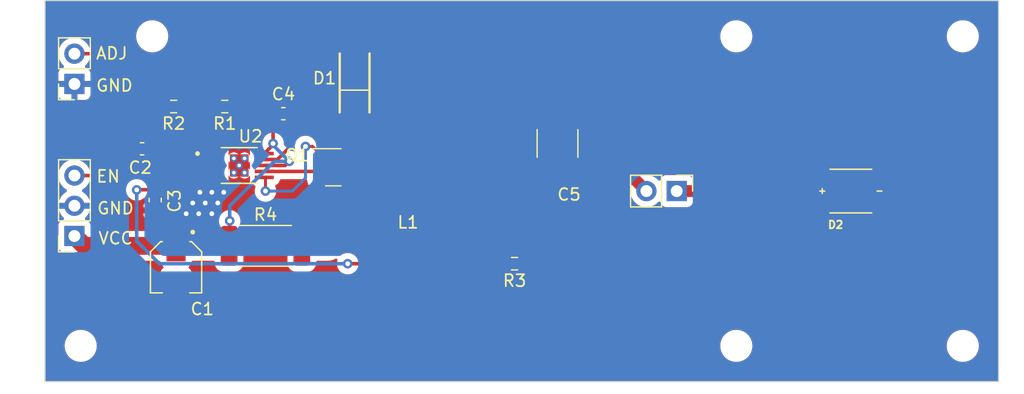
<source format=kicad_pcb>
(kicad_pcb (version 20221018) (generator pcbnew)
  (layers (0 "F.Cu" signal) (31 "B.Cu" signal) (34 "B.Paste" user) (35 "F.Paste" user) (36 "B.SilkS" user "B.Silkscreen") (37 "F.SilkS" user "F.Silkscreen") (38 "B.Mask" user) (39 "F.Mask" user) (44 "Edge.Cuts" user))
  (net 0 "")
  (net 1 "VCC")
  (net 2 "GND")
  (net 3 "Net-(J2-Pin_2)")
  (net 4 "Net-(U2-COFF)")
  (net 5 "Net-(U2-VCC)")
  (net 6 "Net-(J3-Pin_2)")
  (net 7 "Net-(J3-Pin_1)")
  (net 8 "Net-(Q1-S)")
  (net 9 "Net-(Q1-G)")
  (net 10 "Net-(Q1-D)")
  (net 11 "Net-(U2-UVLO)")
  (net 12 "/ENABLE")
  (footprint "Capacitor_SMD:C_0603_1608Metric_Pad1.08x0.95mm_HandSolder" (layer "F.Cu") (at 108.15 93.45)
    (fp_text reference "C2" (at -0.15 1.58) (layer "F.SilkS"))
    (fp_text value "100nF")
    (fp_line (start -0.146267 -0.51) (end 0.146267 -0.51) (stroke (width 0.12)) (layer "F.SilkS"))
    (fp_line (start -0.146267 0.51) (end 0.146267 0.51) (stroke (width 0.12)) (layer "F.SilkS"))
    (pad "1" smd roundrect (at -0.8625 0) (size 1.075 0.95) (layers "F.Cu" "F.Paste" "F.Mask") (net 2 "GND"))
    (pad "2" smd roundrect (at 0.8625 0) (size 1.075 0.95) (layers "F.Cu" "F.Paste" "F.Mask") (net 3 "Net-(J2-Pin_2)"))
  )
  (footprint "MountingHole:MountingHole_2.2mm_M2" (layer "F.Cu") (at 177 84)
    (fp_text reference "H5" hide)
    (fp_text value "MountingHole")
    (pad "" np_thru_hole circle (at 0 0) (size 2.2 2.2) (drill 2.2) (layers "*.Cu" "*.Mask"))
  )
  (footprint "Connector_PinHeader_2.54mm:PinHeader_1x02_P2.54mm_Vertical" (layer "F.Cu") (at 153 97 -90)
    (fp_text reference "J3" hide)
    (fp_text value "current_measurement")
    (fp_line (start -1.33 -1.33) (end 0 -1.33) (stroke (width 0.12)) (layer "F.SilkS"))
    (fp_line (start -1.33 0) (end -1.33 -1.33) (stroke (width 0.12)) (layer "F.SilkS"))
    (fp_line (start -1.33 1.27) (end -1.33 3.87) (stroke (width 0.12)) (layer "F.SilkS"))
    (fp_line (start -1.33 1.27) (end 1.33 1.27) (stroke (width 0.12)) (layer "F.SilkS"))
    (fp_line (start -1.33 3.87) (end 1.33 3.87) (stroke (width 0.12)) (layer "F.SilkS"))
    (fp_line (start 1.33 1.27) (end 1.33 3.87) (stroke (width 0.12)) (layer "F.SilkS"))
    (pad "1" thru_hole rect (at 0 0 270) (size 1.7 1.7) (drill 1) (layers "*.Cu" "*.Mask") (net 7 "Net-(J3-Pin_1)"))
    (pad "2" thru_hole oval (at 0 2.54 270) (size 1.7 1.7) (drill 1) (layers "*.Cu" "*.Mask") (net 6 "Net-(J3-Pin_2)"))
  )
  (footprint "custom_lib:DIOM5025X220N" (layer "F.Cu") (at 125.98 87.92 90)
    (fp_text reference "D1" (at 0.4 -2.52 180) (layer "F.SilkS"))
    (fp_text value "SS54-HF")
    (fp_line (start -2.475 1.25) (end 2.475 1.25) (stroke (width 0.2)) (layer "F.SilkS"))
    (fp_line (start -0.6 -1.2) (end -0.6 1.2) (stroke (width 0.127)) (layer "F.SilkS"))
    (fp_line (start 2.475 -1.25) (end -2.475 -1.25) (stroke (width 0.2)) (layer "F.SilkS"))
    (pad "1" smd rect (at -2 0 90) (size 2.25 1.55) (layers "F.Cu" "F.Paste" "F.Mask") (net 10 "Net-(Q1-D)"))
    (pad "2" smd rect (at 2 0 90) (size 2.25 1.55) (layers "F.Cu" "F.Paste" "F.Mask") (net 2 "GND"))
  )
  (footprint "Resistor_SMD:R_2512_6332Metric_Pad1.40x3.35mm_HandSolder" (layer "F.Cu") (at 118.5 101.6)
    (fp_text reference "R4" (at 0 -2.62) (layer "F.SilkS"))
    (fp_text value "0.08Ω")
    (fp_line (start -2.177064 -1.71) (end 2.177064 -1.71) (stroke (width 0.12)) (layer "F.SilkS"))
    (fp_line (start -2.177064 1.71) (end 2.177064 1.71) (stroke (width 0.12)) (layer "F.SilkS"))
    (pad "1" smd roundrect (at -3.05 0) (size 1.4 3.35) (layers "F.Cu" "F.Paste" "F.Mask") (roundrect_rratio 0.1785707143) (net 1 "VCC"))
    (pad "2" smd roundrect (at 3.05 0) (size 1.4 3.35) (layers "F.Cu" "F.Paste" "F.Mask") (roundrect_rratio 0.1785707143) (net 8 "Net-(Q1-S)"))
  )
  (footprint "custom_lib:CAP_16SVP3R3M" (layer "F.Cu") (at 111 103.4 -90)
    (fp_text reference "C1" (at 3.51 -2.2 -180) (layer "F.SilkS"))
    (fp_text value "16SVP3R3M")
    (fp_line (start -2.15 -1.3) (end -1.3 -2.15) (stroke (width 0.127)) (layer "F.SilkS"))
    (fp_line (start -2.15 -1.15) (end -2.15 -1.3) (stroke (width 0.127)) (layer "F.SilkS"))
    (fp_line (start -2.15 1.15) (end -2.15 1.3) (stroke (width 0.127)) (layer "F.SilkS"))
    (fp_line (start -2.15 1.3) (end -1.3 2.15) (stroke (width 0.127)) (layer "F.SilkS"))
    (fp_line (start -1.3 -2.15) (end 2.15 -2.15) (stroke (width 0.127)) (layer "F.SilkS"))
    (fp_line (start -1.3 2.15) (end 2.15 2.15) (stroke (width 0.127)) (layer "F.SilkS"))
    (fp_line (start 2.15 -2.15) (end 2.15 -1.15) (stroke (width 0.127)) (layer "F.SilkS"))
    (fp_line (start 2.15 2.15) (end 2.15 1.15) (stroke (width 0.127)) (layer "F.SilkS"))
    (fp_circle (center -2.95 -1.4) (end -2.85 -1.4) (stroke (width 0.2)) (fill none) (layer "F.SilkS"))
    (pad "1" smd rect (at -1.8 0 270) (size 2.6 1.6) (layers "F.Cu" "F.Paste" "F.Mask") (net 1 "VCC"))
    (pad "2" smd rect (at 1.8 0 270) (size 2.6 1.6) (layers "F.Cu" "F.Paste" "F.Mask") (net 2 "GND"))
  )
  (footprint "custom_lib:IC_XTR111AIDGQR" (layer "F.Cu") (at 116.3 94.85)
    (fp_text reference "U2" (at 0.95 -2.45) (layer "F.SilkS"))
    (fp_text value "LM3409HV")
    (fp_line (start -1.5 1.5) (end 1.5 1.5) (stroke (width 0.127)) (layer "F.SilkS"))
    (fp_line (start 1.5 -1.5) (end -1.5 -1.5) (stroke (width 0.127)) (layer "F.SilkS"))
    (fp_circle (center -3.5 -1) (end -3.4 -1) (stroke (width 0.2)) (fill none) (layer "F.SilkS"))
    (pad "1" smd rect (at -2.1 -1) (size 1.6 0.3) (layers "F.Cu") (net 11 "Net-(U2-UVLO)"))
    (pad "2" smd rect (at -2.1 -0.5) (size 1.6 0.3) (layers "F.Cu") (net 3 "Net-(J2-Pin_2)"))
    (pad "3" smd rect (at -2.1 0) (size 1.6 0.3) (layers "F.Cu") (net 12 "/ENABLE"))
    (pad "4" smd rect (at -2.1 0.5) (size 1.6 0.3) (layers "F.Cu") (net 4 "Net-(U2-COFF)"))
    (pad "5" smd rect (at -2.1 1) (size 1.6 0.3) (layers "F.Cu") (net 2 "GND"))
    (pad "6" smd rect (at 2.1 1) (size 1.6 0.3) (layers "F.Cu") (net 9 "Net-(Q1-G)"))
    (pad "7" smd rect (at 2.1 0.5) (size 1.6 0.3) (layers "F.Cu") (net 8 "Net-(Q1-S)"))
    (pad "8" smd rect (at 2.1 0) (size 1.6 0.3) (layers "F.Cu") (net 1 "VCC"))
    (pad "9" smd rect (at 2.1 -0.5) (size 1.6 0.3) (layers "F.Cu") (net 5 "Net-(U2-VCC)"))
    (pad "10" smd rect (at 2.1 -1) (size 1.6 0.3) (layers "F.Cu") (net 1 "VCC"))
    (pad "11" smd rect (at 0 0) (size 1.57 1.88) (layers "F.Cu" "F.Paste" "F.Mask") (net 2 "GND"))
    (pad "12" thru_hole circle (at -0.45 -0.6) (size 0.6 0.6) (drill 0.3) (layers "*.Cu"))
    (pad "13" thru_hole circle (at 0.45 -0.6) (size 0.6 0.6) (drill 0.3) (layers "*.Cu"))
    (pad "14" thru_hole circle (at 0 0) (size 0.6 0.6) (drill 0.3) (layers "*.Cu"))
    (pad "15" thru_hole circle (at -0.45 0.6) (size 0.6 0.6) (drill 0.3) (layers "*.Cu"))
    (pad "16" thru_hole circle (at 0.45 0.6) (size 0.6 0.6) (drill 0.3) (layers "*.Cu"))
  )
  (footprint "custom_lib:LED_SBT-10X-UV-A120-AH380-22" (layer "F.Cu") (at 167.61 97 180)
    (fp_text reference "D2" (at 1.28 -2.83) (layer "F.SilkS") (effects (font (size 0.64 0.64))))
    (fp_text value "SBT-10X-UV-A120-AH380-22")
    (fp_line (start -2.6 0) (end -2.2 0) (stroke (width 0.127)) (layer "F.SilkS"))
    (fp_line (start -1.75 -1.8335) (end 1.75 -1.8335) (stroke (width 0.127)) (layer "F.SilkS"))
    (fp_line (start 1.75 1.8335) (end -1.75 1.8335) (stroke (width 0.127)) (layer "F.SilkS"))
    (fp_line (start 2.2 0) (end 2.6 0) (stroke (width 0.127)) (layer "F.SilkS"))
    (fp_line (start 2.4 -0.2) (end 2.4 0.2) (stroke (width 0.127)) (layer "F.SilkS"))
    (pad "A" smd roundrect (at 1.39 0 180) (size 0.34 3.04) (layers "F.Cu" "F.Mask") (roundrect_rratio 0.125) (net 7 "Net-(J3-Pin_1)"))
    (pad "C" smd roundrect (at -1.39 0 180) (size 0.34 3.04) (layers "F.Cu" "F.Mask") (roundrect_rratio 0.125) (net 2 "GND"))
    (pad "EXP" smd custom (at 0 0 180) (size 0.5 1) (layers "F.Cu") (net 2 "GND") (options (clearance outline) (anchor rect)) (primitives (gr_poly (pts (xy -0.5 -0.71) (xy -0.5 -1.47) (xy -0.5 -1.473) (xy -0.5 -1.475) (xy -0.499 -1.478) (xy -0.499 -1.48) (xy -0.498 -1.483) (xy -0.498 -1.485) (xy -0.497 -1.488) (xy -0.496 -1.49) (xy -0.495 -1.493) (xy -0.493 -1.495) (xy -0.492 -1.497) (xy -0.49 -1.499) (xy -0.489 -1.501) (xy -0.487 -1.503) (xy -0.485 -1.505) (xy -0.483 -1.507) (xy -0.481 -1.509) (xy -0.479 -1.51) (xy -0.477 -1.512) (xy -0.475 -1.513) (xy -0.473 -1.515) (xy -0.47 -1.516) (xy -0.468 -1.517) (xy -0.465 -1.518) (xy -0.463 -1.518) (xy -0.46 -1.519) (xy -0.458 -1.519) (xy -0.455 -1.52) (xy -0.453 -1.52) (xy -0.45 -1.52) (xy 0.45 -1.52) (xy 0.453 -1.52) (xy 0.455 -1.52) (xy 0.458 -1.519) (xy 0.46 -1.519) (xy 0.463 -1.518) (xy 0.465 -1.518) (xy 0.468 -1.517) (xy 0.47 -1.516) (xy 0.473 -1.515) (xy 0.475 -1.513) (xy 0.477 -1.512) (xy 0.479 -1.51) (xy 0.481 -1.509) (xy 0.483 -1.507) (xy 0.485 -1.505) (xy 0.487 -1.503) (xy 0.489 -1.501) (xy 0.49 -1.499) (xy 0.492 -1.497) (xy 0.493 -1.495) (xy 0.495 -1.493) (xy 0.496 -1.49) (xy 0.497 -1.488) (xy 0.498 -1.485) (xy 0.498 -1.483) (xy 0.499 -1.48) (xy 0.499 -1.478) (xy 0.5 -1.475) (xy 0.5 -1.473) (xy 0.5 -1.47) (xy 0.5 -0.71) (xy 0.446 -0.601) (xy 0.444 -0.598) (xy 0.441 -0.591) (xy 0.438 -0.584) (xy 0.434 -0.577) (xy 0.432 -0.57) (xy 0.429 -0.563) (xy 0.426 -0.556) (xy 0.423 -0.549) (xy 0.421 -0.542) (xy 0.418 -0.535) (xy 0.416 -0.528) (xy 0.414 -0.521) (xy 0.412 -0.513) (xy 0.41 -0.506) (xy 0.408 -0.499) (xy 0.407 -0.491) (xy 0.405 -0.484) (xy 0.404 -0.477) (xy 0.402 -0.469) (xy 0.401 -0.462) (xy 0.4 -0.454) (xy 0.399 -0.447) (xy 0.398 -0.439) (xy 0.397 -0.432) (xy 0.396 -0.424) (xy 0.396 -0.417) (xy 0.396 -0.409) (xy 0.395 -0.402) (xy 0.395 -0.394) (xy 0.395 -0.387) (xy 0.395 0.387) (xy 0.395 0.394) (xy 0.395 0.402) (xy 0.396 0.409) (xy 0.396 0.417) (xy 0.396 0.424) (xy 0.397 0.432) (xy 0.398 0.439) (xy 0.399 0.447) (xy 0.4 0.454) (xy 0.401 0.462) (xy 0.402 0.469) (xy 0.404 0.477) (xy 0.405 0.484) (xy 0.407 0.491) (xy 0.408 0.499) (xy 0.41 0.506) (xy 0.412 0.513) (xy 0.414 0.521) (xy 0.416 0.528) (xy 0.418 0.535) (xy 0.421 0.542) (xy 0.423 0.549) (xy 0.426 0.556) (xy 0.429 0.563) (xy 0.432 0.57) (xy 0.434 0.577) (xy 0.438 0.584) (xy 0.441 0.591) (xy 0.444 0.598) (xy 0.446 0.601) (xy 0.5 0.71) (xy 0.5 1.47) (xy 0.5 1.473) (xy 0.5 1.475) (xy 0.499 1.478) (xy 0.499 1.48) (xy 0.498 1.483) (xy 0.498 1.485) (xy 0.497 1.488) (xy 0.496 1.49) (xy 0.495 1.493) (xy 0.493 1.495) (xy 0.492 1.497) (xy 0.49 1.499) (xy 0.489 1.501) (xy 0.487 1.503) (xy 0.485 1.505) (xy 0.483 1.507) (xy 0.481 1.509) (xy 0.479 1.51) (xy 0.477 1.512) (xy 0.475 1.513) (xy 0.473 1.515) (xy 0.47 1.516) (xy 0.468 1.517) (xy 0.465 1.518) (xy 0.463 1.518) (xy 0.46 1.519) (xy 0.458 1.519) (xy 0.455 1.52) (xy 0.453 1.52) (xy 0.45 1.52) (xy -0.45 1.52) (xy -0.453 1.52) (xy -0.455 1.52) (xy -0.458 1.519) (xy -0.46 1.519) (xy -0.463 1.518) (xy -0.465 1.518) (xy -0.468 1.517) (xy -0.47 1.516) (xy -0.473 1.515) (xy -0.475 1.513) (xy -0.477 1.512) (xy -0.479 1.51) (xy -0.481 1.509) (xy -0.483 1.507) (xy -0.485 1.505) (xy -0.487 1.503) (xy -0.489 1.501) (xy -0.49 1.499) (xy -0.492 1.497) (xy -0.493 1.495) (xy -0.495 1.493) (xy -0.496 1.49) (xy -0.497 1.488) (xy -0.498 1.485) (xy -0.498 1.483) (xy -0.499 1.48) (xy -0.499 1.478) (xy -0.5 1.475) (xy -0.5 1.473) (xy -0.5 1.47) (xy -0.5 0.71) (xy -0.446 0.601) (xy -0.444 0.598) (xy -0.441 0.591) (xy -0.438 0.584) (xy -0.434 0.577) (xy -0.432 0.57) (xy -0.429 0.563) (xy -0.426 0.556) (xy -0.423 0.549) (xy -0.421 0.542) (xy -0.418 0.535) (xy -0.416 0.528) (xy -0.414 0.521) (xy -0.412 0.513) (xy -0.41 0.506) (xy -0.408 0.499) (xy -0.407 0.491) (xy -0.405 0.484) (xy -0.404 0.477) (xy -0.402 0.469) (xy -0.401 0.462) (xy -0.4 0.454) (xy -0.399 0.447) (xy -0.398 0.439) (xy -0.397 0.432) (xy -0.396 0.424) (xy -0.396 0.417) (xy -0.396 0.409) (xy -0.395 0.402) (xy -0.395 0.394) (xy -0.395 0.387) (xy -0.395 -0.387) (xy -0.395 -0.394) (xy -0.395 -0.402) (xy -0.396 -0.409) (xy -0.396 -0.417) (xy -0.396 -0.424) (xy -0.397 -0.432) (xy -0.398 -0.439) (xy -0.399 -0.447) (xy -0.4 -0.454) (xy -0.401 -0.462) (xy -0.402 -0.469) (xy -0.404 -0.477) (xy -0.405 -0.484) (xy -0.407 -0.491) (xy -0.408 -0.499) (xy -0.41 -0.506) (xy -0.412 -0.513) (xy -0.414 -0.521) (xy -0.416 -0.528) (xy -0.418 -0.535) (xy -0.421 -0.542) (xy -0.423 -0.549) (xy -0.426 -0.556) (xy -0.429 -0.563) (xy -0.432 -0.57) (xy -0.434 -0.577) (xy -0.438 -0.584) (xy -0.441 -0.591) (xy -0.444 -0.598) (xy -0.446 -0.601) (xy -0.5 -0.71)) (width 0.01) (fill yes))))
  )
  (footprint "custom_lib:HPC-8040NV-100M" (layer "F.Cu") (at 134 95 90)
    (fp_text reference "L1" (at -4.63 -3.54 unlocked) (layer "F.SilkS"))
    (fp_text value "10µH")
    (pad "1" smd rect (at 0 -2.825 90) (size 6.6 2.85) (layers "F.Cu" "F.Paste" "F.Mask") (net 10 "Net-(Q1-D)"))
    (pad "2" smd rect (at 0 2.825 90) (size 6.6 2.85) (layers "F.Cu" "F.Paste" "F.Mask") (net 6 "Net-(J3-Pin_2)"))
  )
  (footprint "MountingHole:MountingHole_2.2mm_M2" (layer "F.Cu") (at 109 84)
    (fp_text reference "H1" hide)
    (fp_text value "MountingHole")
    (pad "" np_thru_hole circle (at 0 0) (size 2.2 2.2) (drill 2.2) (layers "*.Cu" "*.Mask"))
  )
  (footprint "Resistor_SMD:R_0603_1608Metric_Pad0.98x0.95mm_HandSolder" (layer "F.Cu") (at 115.0875 89.9 180)
    (fp_text reference "R1" (at 0 -1.43) (layer "F.SilkS"))
    (fp_text value "24kΩ")
    (fp_line (start -0.254724 -0.5225) (end 0.254724 -0.5225) (stroke (width 0.12)) (layer "F.SilkS"))
    (fp_line (start -0.254724 0.5225) (end 0.254724 0.5225) (stroke (width 0.12)) (layer "F.SilkS"))
    (pad "1" smd roundrect (at -0.9125 0 180) (size 0.975 0.95) (layers "F.Cu" "F.Paste" "F.Mask") (net 1 "VCC"))
    (pad "2" smd roundrect (at 0.9125 0 180) (size 0.975 0.95) (layers "F.Cu" "F.Paste" "F.Mask") (net 11 "Net-(U2-UVLO)"))
  )
  (footprint "Package_TO_SOT_SMD:SOT-23" (layer "F.Cu") (at 124.1875 95)
    (fp_text reference "Q1" (at -3.0225 -1.01) (layer "F.SilkS"))
    (fp_text value "AO3401A")
    (fp_line (start 0 -1.56) (end -1.675 -1.56) (stroke (width 0.12)) (layer "F.SilkS"))
    (fp_line (start 0 -1.56) (end 0.65 -1.56) (stroke (width 0.12)) (layer "F.SilkS"))
    (fp_line (start 0 1.56) (end -0.65 1.56) (stroke (width 0.12)) (layer "F.SilkS"))
    (fp_line (start 0 1.56) (end 0.65 1.56) (stroke (width 0.12)) (layer "F.SilkS"))
    (pad "1" smd roundrect (at -0.9375 -0.95) (size 1.475 0.6) (layers "F.Cu" "F.Paste" "F.Mask") (net 9 "Net-(Q1-G)"))
    (pad "2" smd roundrect (at -0.9375 0.95) (size 1.475 0.6) (layers "F.Cu" "F.Paste" "F.Mask") (net 8 "Net-(Q1-S)"))
    (pad "3" smd roundrect (at 0.9375 0) (size 1.475 0.6) (layers "F.Cu" "F.Paste" "F.Mask") (net 10 "Net-(Q1-D)"))
  )
  (footprint "Connector_PinSocket_2.54mm:PinSocket_1x02_P2.54mm_Vertical" (layer "F.Cu") (at 102.475 88 180)
    (fp_text reference "J2" hide)
    (fp_text value "ADJ")
    (fp_line (start -1.33 1.27) (end -1.33 3.87) (stroke (width 0.12)) (layer "F.SilkS"))
    (fp_line (start -1.33 1.27) (end 1.33 1.27) (stroke (width 0.12)) (layer "F.SilkS"))
    (fp_line (start -1.33 3.87) (end 1.33 3.87) (stroke (width 0.12)) (layer "F.SilkS"))
    (fp_line (start 0 -1.33) (end 1.33 -1.33) (stroke (width 0.12)) (layer "F.SilkS"))
    (fp_line (start 1.33 -1.33) (end 1.33 0) (stroke (width 0.12)) (layer "F.SilkS"))
    (fp_line (start 1.33 1.27) (end 1.33 3.87) (stroke (width 0.12)) (layer "F.SilkS"))
    (pad "1" thru_hole rect (at 0 0 180) (size 1.7 1.7) (drill 1) (layers "*.Cu" "*.Mask") (net 2 "GND"))
    (pad "2" thru_hole oval (at 0 2.54 180) (size 1.7 1.7) (drill 1) (layers "*.Cu" "*.Mask") (net 3 "Net-(J2-Pin_2)"))
  )
  (footprint "MountingHole:MountingHole_2.2mm_M2" (layer "F.Cu") (at 158 110)
    (fp_text reference "H4" hide)
    (fp_text value "MountingHole")
    (pad "" np_thru_hole circle (at 0 0) (size 2.2 2.2) (drill 2.2) (layers "*.Cu" "*.Mask"))
  )
  (footprint "Resistor_SMD:R_0603_1608Metric_Pad0.98x0.95mm_HandSolder" (layer "F.Cu") (at 139.4 103.1 180)
    (fp_text reference "R3" (at 0 -1.43 180) (layer "F.SilkS"))
    (fp_text value "6.2kΩ")
    (fp_line (start -0.254724 -0.5225) (end 0.254724 -0.5225) (stroke (width 0.12)) (layer "F.SilkS"))
    (fp_line (start -0.254724 0.5225) (end 0.254724 0.5225) (stroke (width 0.12)) (layer "F.SilkS"))
    (pad "1" smd roundrect (at -0.9125 0 180) (size 0.975 0.95) (layers "F.Cu" "F.Paste" "F.Mask") (net 6 "Net-(J3-Pin_2)"))
    (pad "2" smd roundrect (at 0.9125 0 180) (size 0.975 0.95) (layers "F.Cu" "F.Paste" "F.Mask") (net 4 "Net-(U2-COFF)"))
  )
  (footprint "Capacitor_SMD:C_1812_4532Metric_Pad1.57x3.40mm_HandSolder" (layer "F.Cu") (at 143 93 90)
    (fp_text reference "C5" (at -4.29 0.97 180) (layer "F.SilkS"))
    (fp_text value "470nF")
    (fp_line (start -1.161252 -1.71) (end 1.161252 -1.71) (stroke (width 0.12)) (layer "F.SilkS"))
    (fp_line (start -1.161252 1.71) (end 1.161252 1.71) (stroke (width 0.12)) (layer "F.SilkS"))
    (pad "1" smd roundrect (at -2.1375 0 90) (size 1.575 3.4) (layers "F.Cu" "F.Paste" "F.Mask") (roundrect_rratio 0.1587301587) (net 6 "Net-(J3-Pin_2)"))
    (pad "2" smd roundrect (at 2.1375 0 90) (size 1.575 3.4) (layers "F.Cu" "F.Paste" "F.Mask") (roundrect_rratio 0.1587301587) (net 2 "GND"))
  )
  (footprint "Resistor_SMD:R_0603_1608Metric_Pad0.98x0.95mm_HandSolder" (layer "F.Cu") (at 110.8 89.9 180)
    (fp_text reference "R2" (at 0 -1.43) (layer "F.SilkS"))
    (fp_text value "4.7kΩ")
    (fp_line (start -0.254724 -0.5225) (end 0.254724 -0.5225) (stroke (width 0.12)) (layer "F.SilkS"))
    (fp_line (start -0.254724 0.5225) (end 0.254724 0.5225) (stroke (width 0.12)) (layer "F.SilkS"))
    (pad "1" smd roundrect (at -0.9125 0 180) (size 0.975 0.95) (layers "F.Cu" "F.Paste" "F.Mask") (net 11 "Net-(U2-UVLO)"))
    (pad "2" smd roundrect (at 0.9125 0 180) (size 0.975 0.95) (layers "F.Cu" "F.Paste" "F.Mask") (net 2 "GND"))
  )
  (footprint "Capacitor_SMD:C_0603_1608Metric_Pad1.08x0.95mm_HandSolder" (layer "F.Cu") (at 109.25 97.75 -90)
    (fp_text reference "C3" (at 0.08 -1.62 90) (layer "F.SilkS"))
    (fp_text value "1nF")
    (fp_line (start -0.146267 -0.51) (end 0.146267 -0.51) (stroke (width 0.12)) (layer "F.SilkS"))
    (fp_line (start -0.146267 0.51) (end 0.146267 0.51) (stroke (width 0.12)) (layer "F.SilkS"))
    (pad "1" smd roundrect (at -0.8625 0 270) (size 1.075 0.95) (layers "F.Cu" "F.Paste" "F.Mask") (net 4 "Net-(U2-COFF)"))
    (pad "2" smd roundrect (at 0.8625 0 270) (size 1.075 0.95) (layers "F.Cu" "F.Paste" "F.Mask") (net 2 "GND"))
  )
  (footprint "Connector_PinSocket_2.54mm:PinSocket_1x03_P2.54mm_Vertical" (layer "F.Cu") (at 102.475 100.775 180)
    (fp_text reference "J1" hide)
    (fp_text value "Conn_01x03_Pin")
    (fp_line (start -1.33 1.27) (end -1.33 6.41) (stroke (width 0.12)) (layer "F.SilkS"))
    (fp_line (start -1.33 1.27) (end 1.33 1.27) (stroke (width 0.12)) (layer "F.SilkS"))
    (fp_line (start -1.33 6.41) (end 1.33 6.41) (stroke (width 0.12)) (layer "F.SilkS"))
    (fp_line (start 0 -1.33) (end 1.33 -1.33) (stroke (width 0.12)) (layer "F.SilkS"))
    (fp_line (start 1.33 -1.33) (end 1.33 0) (stroke (width 0.12)) (layer "F.SilkS"))
    (fp_line (start 1.33 1.27) (end 1.33 6.41) (stroke (width 0.12)) (layer "F.SilkS"))
    (pad "1" thru_hole rect (at 0 0 180) (size 1.7 1.7) (drill 1) (layers "*.Cu" "*.Mask") (net 1 "VCC"))
    (pad "2" thru_hole oval (at 0 2.54 180) (size 1.7 1.7) (drill 1) (layers "*.Cu" "*.Mask") (net 2 "GND"))
    (pad "3" thru_hole oval (at 0 5.08 180) (size 1.7 1.7) (drill 1) (layers "*.Cu" "*.Mask") (net 12 "/ENABLE"))
  )
  (footprint "MountingHole:MountingHole_2.2mm_M2" (layer "F.Cu") (at 103 110)
    (fp_text reference "H2" hide)
    (fp_text value "MountingHole")
    (pad "" np_thru_hole circle (at 0 0) (size 2.2 2.2) (drill 2.2) (layers "*.Cu" "*.Mask"))
  )
  (footprint "Capacitor_SMD:C_0603_1608Metric_Pad1.08x0.95mm_HandSolder" (layer "F.Cu") (at 120 90.5)
    (fp_text reference "C4" (at 0.01 -1.64) (layer "F.SilkS"))
    (fp_text value "1µF")
    (fp_line (start -0.146267 -0.51) (end 0.146267 -0.51) (stroke (width 0.12)) (layer "F.SilkS"))
    (fp_line (start -0.146267 0.51) (end 0.146267 0.51) (stroke (width 0.12)) (layer "F.SilkS"))
    (pad "1" smd roundrect (at -0.8625 0) (size 1.075 0.95) (layers "F.Cu" "F.Paste" "F.Mask") (net 1 "VCC"))
    (pad "2" smd roundrect (at 0.8625 0) (size 1.075 0.95) (layers "F.Cu" "F.Paste" "F.Mask") (net 5 "Net-(U2-VCC)"))
  )
  (footprint "MountingHole:MountingHole_2.2mm_M2" (layer "F.Cu") (at 158 84)
    (fp_text reference "H3" hide)
    (fp_text value "MountingHole")
    (pad "" np_thru_hole circle (at 0 0) (size 2.2 2.2) (drill 2.2) (layers "*.Cu" "*.Mask"))
  )
  (footprint "MountingHole:MountingHole_2.2mm_M2" (layer "F.Cu") (at 177 110)
    (fp_text reference "H6" hide)
    (fp_text value "MountingHole")
    (pad "" np_thru_hole circle (at 0 0) (size 2.2 2.2) (drill 2.2) (layers "*.Cu" "*.Mask"))
  )
  (gr_line (start 180 113) (end 100 113) (stroke (width 0.1)) (layer "Edge.Cuts"))
  (gr_line (start 180 81) (end 180 113) (stroke (width 0.1)) (layer "Edge.Cuts"))
  (gr_line (start 100 81) (end 180 81) (stroke (width 0.1)) (layer "Edge.Cuts"))
  (gr_line (start 100 113) (end 100 81) (stroke (width 0.1)) (layer "Edge.Cuts"))
  (gr_text "GND" (at 104.21 88.72) (layer "F.SilkS") (effects (font (size 1 1)) (justify left bottom)))
  (gr_text "ADJ" (at 104.2 86.02) (layer "F.SilkS") (effects (font (size 1 1)) (justify left bottom)))
  (gr_text "EN" (at 104.23 96.35) (layer "F.SilkS") (effects (font (size 1 1)) (justify left bottom)))
  (gr_text "GND" (at 104.3 99.03) (layer "F.SilkS") (effects (font (size 1 1)) (justify left bottom)))
  (gr_text "VCC" (at 104.4 101.55) (layer "F.SilkS") (effects (font (size 1 1)) (justify left bottom)))
  (segment (start 103.3 101.6) (end 102.475 100.775) (width 1.5) (layer "F.Cu") (net 1))
  (segment (start 115.5 99.5) (end 115.5 101.55) (width 0.3) (layer "F.Cu") (net 1))
  (segment (start 119.1375 93.1125) (end 118.4 93.85) (width 0.3) (layer "F.Cu") (net 1))
  (segment (start 118.4 94.85) (end 120.15 94.85) (width 0.3) (layer "F.Cu") (net 1))
  (segment (start 119.1375 90.5) (end 119.1375 93) (width 0.3) (layer "F.Cu") (net 1))
  (segment (start 119.1375 93) (end 119.1375 93.1125) (width 0.3) (layer "F.Cu") (net 1))
  (segment (start 115.45 101.6) (end 111 101.6) (width 1.5) (layer "F.Cu") (net 1))
  (segment (start 115.5 101.55) (end 115.45 101.6) (width 0.3) (layer "F.Cu") (net 1))
  (segment (start 116 89.9) (end 118.5375 89.9) (width 0.25) (layer "F.Cu") (net 1))
  (segment (start 111 101.6) (end 103.3 101.6) (width 1.5) (layer "F.Cu") (net 1))
  (segment (start 118.5375 89.9) (end 119.1375 90.5) (width 0.25) (layer "F.Cu") (net 1))
  (segment (start 120.15 94.85) (end 120.5 94.5) (width 0.3) (layer "F.Cu") (net 1))
  (via (at 119.1375 93) (size 0.8) (drill 0.4) (layers "F.Cu" "B.Cu") (net 1))
  (via (at 120.5 94.5) (size 0.8) (drill 0.4) (layers "F.Cu" "B.Cu") (net 1))
  (via (at 115.5 99.5) (size 0.8) (drill 0.4) (layers "F.Cu" "B.Cu") (net 1))
  (segment (start 115.5 98.25) (end 115.5 99.5) (width 0.3) (layer "B.Cu") (net 1))
  (segment (start 119.1375 93.1375) (end 120.5 94.5) (width 0.3) (layer "B.Cu") (net 1))
  (segment (start 120.5 94.5) (end 119.25 94.5) (width 0.3) (layer "B.Cu") (net 1))
  (segment (start 119.25 94.5) (end 115.5 98.25) (width 0.3) (layer "B.Cu") (net 1))
  (segment (start 119.1375 93) (end 119.1375 93.1375) (width 0.3) (layer "B.Cu") (net 1))
  (segment (start 114.2 96.8) (end 113.9 97.1) (width 0.25) (layer "F.Cu") (net 2))
  (segment (start 109.25 98.6125) (end 109.25 98.725) (width 0.25) (layer "F.Cu") (net 2))
  (segment (start 114.2 95.85) (end 114.2 96.8) (width 0.25) (layer "F.Cu") (net 2))
  (via (at 112.4 98) (size 0.8) (drill 0.4) (layers "F.Cu" "B.Cu") (net 2))
  (via (at 112.9 98.9) (size 0.8) (drill 0.4) (layers "F.Cu" "B.Cu") (net 2))
  (via (at 115 97.1) (size 0.8) (drill 0.4) (layers "F.Cu" "B.Cu") (net 2))
  (via (at 113.45 98) (size 0.8) (drill 0.4) (layers "F.Cu" "B.Cu") (net 2))
  (via (at 114 98.9) (size 0.8) (drill 0.4) (layers "F.Cu" "B.Cu") (net 2))
  (via (at 111.85 98.9) (size 0.8) (drill 0.4) (layers "F.Cu" "B.Cu") (net 2))
  (via (at 114.5 98) (size 0.8) (drill 0.4) (layers "F.Cu" "B.Cu") (net 2))
  (via (at 113 97.1) (size 0.8) (drill 0.4) (layers "F.Cu" "B.Cu") (net 2))
  (via (at 114 97.1) (size 0.8) (drill 0.4) (layers "F.Cu" "B.Cu") (net 2))
  (segment (start 110.9625 94.35) (end 114.2 94.35) (width 0.3) (layer "F.Cu") (net 3))
  (segment (start 102.475 85.46) (end 104.38 85.46) (width 0.3) (layer "F.Cu") (net 3))
  (segment (start 109.0125 93.45) (end 109.9125 94.35) (width 0.3) (layer "F.Cu") (net 3))
  (segment (start 104.39 85.45) (end 105.64 86.7) (width 0.3) (layer "F.Cu") (net 3))
  (segment (start 105.64 89.69) (end 109.0125 93.0625) (width 0.3) (layer "F.Cu") (net 3))
  (segment (start 105.64 86.7) (end 105.64 89.69) (width 0.3) (layer "F.Cu") (net 3))
  (segment (start 109.9125 94.35) (end 110.9625 94.35) (width 0.3) (layer "F.Cu") (net 3))
  (segment (start 104.38 85.46) (end 104.39 85.45) (width 0.3) (layer "F.Cu") (net 3))
  (segment (start 109.0125 93.0625) (end 109.0125 93.45) (width 0.3) (layer "F.Cu") (net 3))
  (segment (start 107.7125 96.8875) (end 107.7 96.9) (width 0.3) (layer "F.Cu") (net 4))
  (segment (start 110.9125 96.8875) (end 112.45 95.35) (width 0.3) (layer "F.Cu") (net 4))
  (segment (start 138.4 103.1) (end 125.4 103.1) (width 0.3) (layer "F.Cu") (net 4))
  (segment (start 112.45 95.35) (end 114.2 95.35) (width 0.3) (layer "F.Cu") (net 4))
  (segment (start 109.25 96.8875) (end 110.9125 96.8875) (width 0.3) (layer "F.Cu") (net 4))
  (segment (start 109.25 96.8875) (end 107.7125 96.8875) (width 0.3) (layer "F.Cu") (net 4))
  (via (at 125.4 103.1) (size 0.8) (drill 0.4) (layers "F.Cu" "B.Cu") (net 4))
  (via (at 107.7 96.9) (size 0.8) (drill 0.4) (layers "F.Cu" "B.Cu") (net 4))
  (segment (start 107.7 101.2) (end 109.6 103.1) (width 0.3) (layer "B.Cu") (net 4))
  (segment (start 109.6 103.1) (end 125.4 103.1) (width 0.3) (layer "B.Cu") (net 4))
  (segment (start 107.7 96.9) (end 107.7 101.2) (width 0.3) (layer "B.Cu") (net 4))
  (segment (start 120.8625 92.9875) (end 120.8625 90.5) (width 0.3) (layer "F.Cu") (net 5))
  (segment (start 118.4 94.35) (end 119.5 94.35) (width 0.3) (layer "F.Cu") (net 5))
  (segment (start 119.5 94.35) (end 120.8625 92.9875) (width 0.3) (layer "F.Cu") (net 5))
  (segment (start 140.4 103.1) (end 140.4 97.7375) (width 0.3) (layer "F.Cu") (net 6))
  (segment (start 148.5975 95.1375) (end 150.46 97) (width 1) (layer "F.Cu") (net 6))
  (segment (start 142.8625 95) (end 143 95.1375) (width 1) (layer "F.Cu") (net 6))
  (segment (start 137.2 95) (end 142.8625 95) (width 1) (layer "F.Cu") (net 6))
  (segment (start 140.4 97.7375) (end 143 95.1375) (width 0.3) (layer "F.Cu") (net 6))
  (segment (start 143 95.1375) (end 148.5975 95.1375) (width 1) (layer "F.Cu") (net 6))
  (segment (start 153 97) (end 165.7 97) (width 1) (layer "F.Cu") (net 7))
  (segment (start 123.73 96.43) (end 123.25 95.95) (width 1.5) (layer "F.Cu") (net 8))
  (segment (start 121.55 101.6) (end 123.73 101.6) (width 1.5) (layer "F.Cu") (net 8))
  (segment (start 122.9 95.35) (end 118.4 95.35) (width 0.3) (layer "F.Cu") (net 8))
  (segment (start 123.73 101.6) (end 123.73 96.43) (width 1.5) (layer "F.Cu") (net 8))
  (segment (start 118.5 95.95) (end 118.425 95.875) (width 0.25) (layer "F.Cu") (net 9))
  (segment (start 118.425 95.875) (end 118.4 95.875) (width 0.25) (layer "F.Cu") (net 9))
  (segment (start 118.5 97) (end 118.5 95.95) (width 0.25) (layer "F.Cu") (net 9))
  (segment (start 121.86 93.25) (end 122.45 93.25) (width 0.25) (layer "F.Cu") (net 9))
  (segment (start 122.45 93.25) (end 123.25 94.05) (width 0.25) (layer "F.Cu") (net 9))
  (via (at 118.5 97) (size 0.8) (drill 0.4) (layers "F.Cu" "B.Cu") (net 9))
  (via (at 121.86 93.25) (size 0.8) (drill 0.4) (layers "F.Cu" "B.Cu") (net 9))
  (segment (start 119.025305 97) (end 120.76 97) (width 0.25) (layer "B.Cu") (net 9))
  (segment (start 118.5 97) (end 119.025305 97) (width 0.25) (layer "B.Cu") (net 9))
  (segment (start 121.86 95.9) (end 121.86 93.25) (width 0.25) (layer "B.Cu") (net 9))
  (segment (start 120.76 97) (end 121.86 95.9) (width 0.25) (layer "B.Cu") (net 9))
  (segment (start 125.125 95) (end 131.175 95) (width 1.5) (layer "F.Cu") (net 10))
  (segment (start 125.98 89.92) (end 125.98 94.145) (width 1.5) (layer "F.Cu") (net 10))
  (segment (start 125.98 94.145) (end 125.125 95) (width 1.5) (layer "F.Cu") (net 10))
  (segment (start 114 90) (end 114 93.65) (width 0.3) (layer "F.Cu") (net 11))
  (segment (start 114 93.65) (end 114.2 93.85) (width 0.3) (layer "F.Cu") (net 11))
  (segment (start 111.7125 89.9) (end 114.175 89.9) (width 0.25) (layer "F.Cu") (net 11))
  (segment (start 111.35 94.85) (end 110.505 95.695) (width 0.3) (layer "F.Cu") (net 12))
  (segment (start 110.505 95.695) (end 102.475 95.695) (width 0.3) (layer "F.Cu") (net 12))
  (segment (start 114.2 94.85) (end 111.35 94.85) (width 0.3) (layer "F.Cu") (net 12))
  (zone (net 2) (net_name "GND") (layer "F.Cu") (priority 2) (connect_pads yes (clearance 0)) (min_thickness 0.25) (fill yes (thermal_gap 0.5) (thermal_bridge_width 0.5))
    (polygon (pts (xy 168.75 95) (xy 168.75 99) (xy 169.75 99) (xy 169.75 95)))
  )
  (zone (net 2) (net_name "GND") (layer "F.Cu") (priority 4) (connect_pads yes (clearance 0)) (min_thickness 0.25) (fill yes (thermal_gap 0.5) (thermal_bridge_width 0.5))
    (polygon (pts (xy 167.2 94.55) (xy 168.1 94.55) (xy 168.1 99.35) (xy 167.2 99.35)))
  )
  (zone (net 2) (net_name "GND") (layer "F.Cu") (priority 1) (connect_pads yes (clearance 0)) (min_thickness 0.25) (fill yes (thermal_gap 0.5) (thermal_bridge_width 0.5))
    (polygon (pts (xy 115.4 93.1) (xy 117.2 93.1) (xy 117.2 96.6) (xy 115.4 96.6)))
  )
  (zone (net 7) (net_name "Net-(J3-Pin_1)") (layer "F.Cu") (priority 3) (connect_pads yes (clearance 0)) (min_thickness 0.25) (fill yes (thermal_gap 0.5) (thermal_bridge_width 0.5))
    (polygon (pts (xy 165.6 95) (xy 166.5 95) (xy 166.5 99) (xy 165.6 99)))
  )
  (zone (net 2) (net_name "GND") (layers "F&B.Cu") (connect_pads (clearance 0.5)) (min_thickness 0.25) (fill yes (thermal_gap 0.5) (thermal_bridge_width 0.5))
    (polygon (pts (xy 100 81) (xy 180 81) (xy 180 113) (xy 100 113)))
  )
)
</source>
